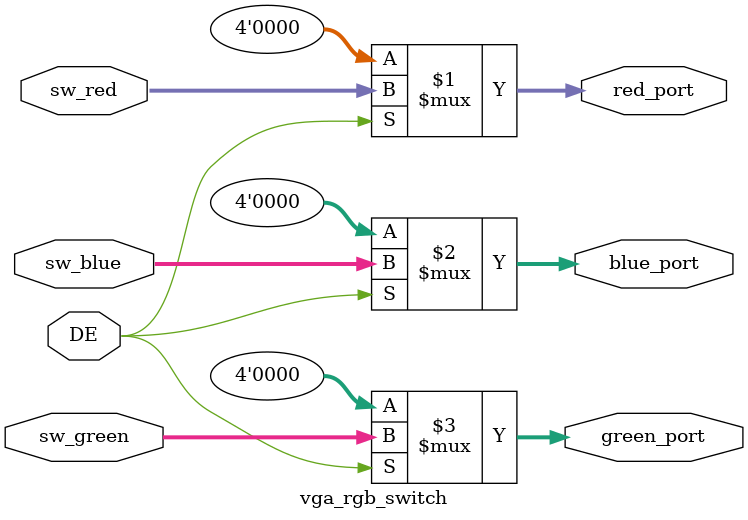
<source format=sv>
`timescale 1ns / 1ps

module vga_rgb_switch (
    input  logic [3:0] sw_red,
    input  logic [3:0] sw_green,
    input  logic [3:0] sw_blue,
    input  logic       DE,
    output logic [3:0] red_port,
    output logic [3:0] green_port,
    output logic [3:0] blue_port
);

    assign red_port   = DE ? sw_red : 4'b0;
    assign blue_port  = DE ? sw_blue : 4'b0;
    assign green_port = DE ? sw_green : 4'b0;
endmodule

</source>
